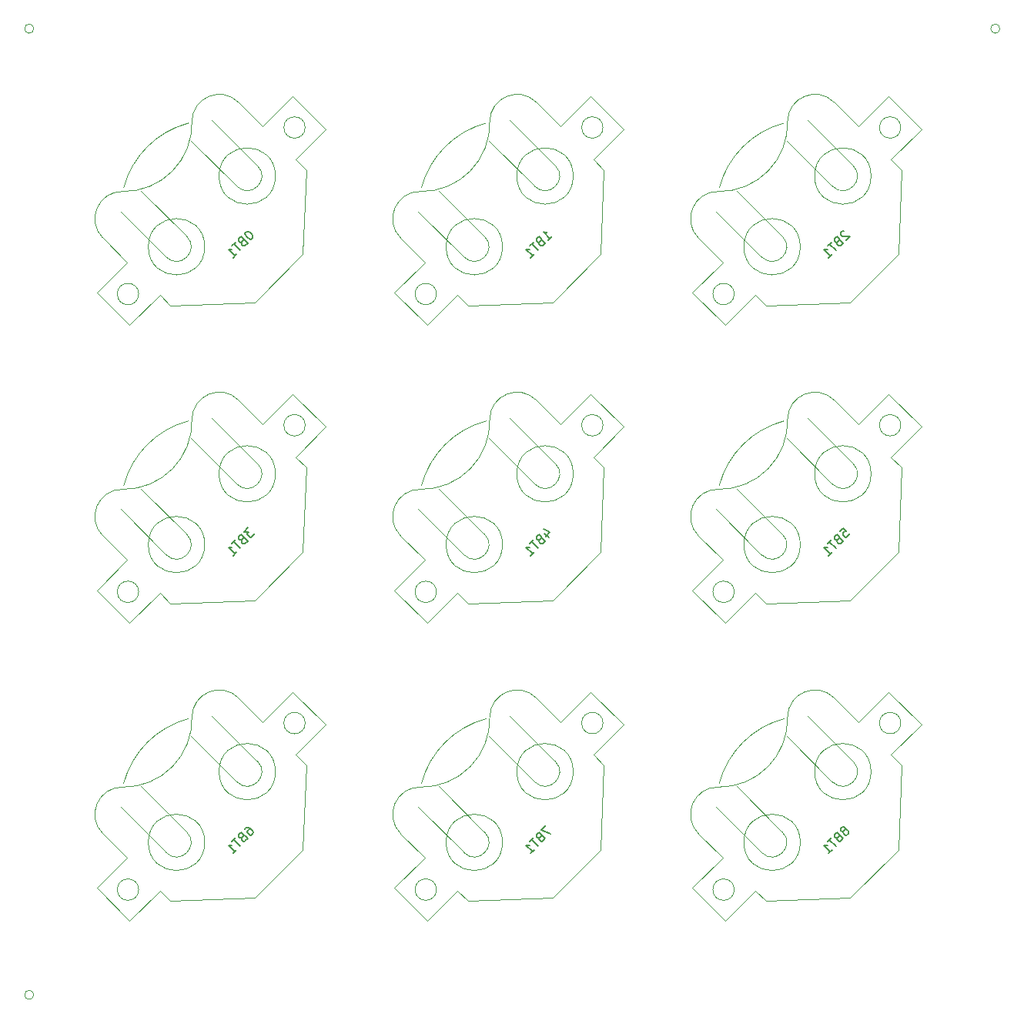
<source format=gbr>
G04 #@! TF.GenerationSoftware,KiCad,Pcbnew,9.0.0-rc2-3baa6cd791~182~ubuntu24.04.1*
G04 #@! TF.CreationDate,2025-02-06T23:06:31-05:00*
G04 #@! TF.ProjectId,PCA20073_Tiny_Board_Panel,50434132-3030-4373-935f-54696e795f42,rev?*
G04 #@! TF.SameCoordinates,PX5630ad8PY1312d00*
G04 #@! TF.FileFunction,AssemblyDrawing,Bot*
%FSLAX46Y46*%
G04 Gerber Fmt 4.6, Leading zero omitted, Abs format (unit mm)*
G04 Created by KiCad (PCBNEW 9.0.0-rc2-3baa6cd791~182~ubuntu24.04.1) date 2025-02-06 23:06:31*
%MOMM*%
%LPD*%
G01*
G04 APERTURE LIST*
%ADD10C,0.150000*%
%ADD11C,0.050000*%
%ADD12C,0.100000*%
G04 APERTURE END LIST*
D10*
X29055053Y-59879800D02*
X28617321Y-60317533D01*
X28617321Y-60317533D02*
X29122397Y-60351205D01*
X29122397Y-60351205D02*
X29021382Y-60452220D01*
X29021382Y-60452220D02*
X28987710Y-60553235D01*
X28987710Y-60553235D02*
X28987710Y-60620579D01*
X28987710Y-60620579D02*
X29021382Y-60721594D01*
X29021382Y-60721594D02*
X29189740Y-60889953D01*
X29189740Y-60889953D02*
X29290756Y-60923625D01*
X29290756Y-60923625D02*
X29358099Y-60923625D01*
X29358099Y-60923625D02*
X29459114Y-60889953D01*
X29459114Y-60889953D02*
X29661145Y-60687922D01*
X29661145Y-60687922D02*
X29694817Y-60586907D01*
X29694817Y-60586907D02*
X29694817Y-60519564D01*
X28415290Y-61192999D02*
X28347946Y-61327686D01*
X28347946Y-61327686D02*
X28347946Y-61395029D01*
X28347946Y-61395029D02*
X28381618Y-61496045D01*
X28381618Y-61496045D02*
X28482633Y-61597060D01*
X28482633Y-61597060D02*
X28583649Y-61630732D01*
X28583649Y-61630732D02*
X28650992Y-61630732D01*
X28650992Y-61630732D02*
X28752007Y-61597060D01*
X28752007Y-61597060D02*
X29021382Y-61327686D01*
X29021382Y-61327686D02*
X28314275Y-60620579D01*
X28314275Y-60620579D02*
X28078572Y-60856281D01*
X28078572Y-60856281D02*
X28044901Y-60957296D01*
X28044901Y-60957296D02*
X28044901Y-61024640D01*
X28044901Y-61024640D02*
X28078572Y-61125655D01*
X28078572Y-61125655D02*
X28145916Y-61192999D01*
X28145916Y-61192999D02*
X28246931Y-61226671D01*
X28246931Y-61226671D02*
X28314275Y-61226671D01*
X28314275Y-61226671D02*
X28415290Y-61192999D01*
X28415290Y-61192999D02*
X28650992Y-60957296D01*
X27708183Y-61226671D02*
X27304122Y-61630732D01*
X28213259Y-62135808D02*
X27506153Y-61428701D01*
X27405137Y-62943930D02*
X27809198Y-62539869D01*
X27607168Y-62741899D02*
X26900061Y-62034793D01*
X26900061Y-62034793D02*
X27068420Y-62068464D01*
X27068420Y-62068464D02*
X27203107Y-62068464D01*
X27203107Y-62068464D02*
X27304122Y-62034793D01*
X28853023Y-27333094D02*
X28785679Y-27400437D01*
X28785679Y-27400437D02*
X28752008Y-27501453D01*
X28752008Y-27501453D02*
X28752008Y-27568796D01*
X28752008Y-27568796D02*
X28785679Y-27669811D01*
X28785679Y-27669811D02*
X28886695Y-27838170D01*
X28886695Y-27838170D02*
X29055053Y-28006529D01*
X29055053Y-28006529D02*
X29223412Y-28107544D01*
X29223412Y-28107544D02*
X29324427Y-28141216D01*
X29324427Y-28141216D02*
X29391771Y-28141216D01*
X29391771Y-28141216D02*
X29492786Y-28107544D01*
X29492786Y-28107544D02*
X29560130Y-28040201D01*
X29560130Y-28040201D02*
X29593801Y-27939185D01*
X29593801Y-27939185D02*
X29593801Y-27871842D01*
X29593801Y-27871842D02*
X29560130Y-27770827D01*
X29560130Y-27770827D02*
X29459114Y-27602468D01*
X29459114Y-27602468D02*
X29290756Y-27434109D01*
X29290756Y-27434109D02*
X29122397Y-27333094D01*
X29122397Y-27333094D02*
X29021382Y-27299422D01*
X29021382Y-27299422D02*
X28954038Y-27299422D01*
X28954038Y-27299422D02*
X28853023Y-27333094D01*
X28415290Y-28444262D02*
X28347946Y-28578949D01*
X28347946Y-28578949D02*
X28347946Y-28646292D01*
X28347946Y-28646292D02*
X28381618Y-28747308D01*
X28381618Y-28747308D02*
X28482633Y-28848323D01*
X28482633Y-28848323D02*
X28583649Y-28881995D01*
X28583649Y-28881995D02*
X28650992Y-28881995D01*
X28650992Y-28881995D02*
X28752007Y-28848323D01*
X28752007Y-28848323D02*
X29021382Y-28578949D01*
X29021382Y-28578949D02*
X28314275Y-27871842D01*
X28314275Y-27871842D02*
X28078572Y-28107544D01*
X28078572Y-28107544D02*
X28044901Y-28208559D01*
X28044901Y-28208559D02*
X28044901Y-28275903D01*
X28044901Y-28275903D02*
X28078572Y-28376918D01*
X28078572Y-28376918D02*
X28145916Y-28444262D01*
X28145916Y-28444262D02*
X28246931Y-28477934D01*
X28246931Y-28477934D02*
X28314275Y-28477934D01*
X28314275Y-28477934D02*
X28415290Y-28444262D01*
X28415290Y-28444262D02*
X28650992Y-28208559D01*
X27708183Y-28477934D02*
X27304122Y-28881995D01*
X28213259Y-29387071D02*
X27506153Y-28679964D01*
X27405137Y-30195193D02*
X27809198Y-29791132D01*
X27607168Y-29993162D02*
X26900061Y-29286056D01*
X26900061Y-29286056D02*
X27068420Y-29319727D01*
X27068420Y-29319727D02*
X27203107Y-29319727D01*
X27203107Y-29319727D02*
X27304122Y-29286056D01*
X28684664Y-92998927D02*
X28819351Y-92864240D01*
X28819351Y-92864240D02*
X28920366Y-92830568D01*
X28920366Y-92830568D02*
X28987710Y-92830568D01*
X28987710Y-92830568D02*
X29156069Y-92864240D01*
X29156069Y-92864240D02*
X29324427Y-92965255D01*
X29324427Y-92965255D02*
X29593801Y-93234629D01*
X29593801Y-93234629D02*
X29627473Y-93335644D01*
X29627473Y-93335644D02*
X29627473Y-93402988D01*
X29627473Y-93402988D02*
X29593801Y-93504003D01*
X29593801Y-93504003D02*
X29459114Y-93638690D01*
X29459114Y-93638690D02*
X29358099Y-93672362D01*
X29358099Y-93672362D02*
X29290756Y-93672362D01*
X29290756Y-93672362D02*
X29189740Y-93638690D01*
X29189740Y-93638690D02*
X29021382Y-93470331D01*
X29021382Y-93470331D02*
X28987710Y-93369316D01*
X28987710Y-93369316D02*
X28987710Y-93301972D01*
X28987710Y-93301972D02*
X29021382Y-93200957D01*
X29021382Y-93200957D02*
X29156069Y-93066270D01*
X29156069Y-93066270D02*
X29257084Y-93032598D01*
X29257084Y-93032598D02*
X29324427Y-93032598D01*
X29324427Y-93032598D02*
X29425443Y-93066270D01*
X28415290Y-93941736D02*
X28347946Y-94076423D01*
X28347946Y-94076423D02*
X28347946Y-94143766D01*
X28347946Y-94143766D02*
X28381618Y-94244782D01*
X28381618Y-94244782D02*
X28482633Y-94345797D01*
X28482633Y-94345797D02*
X28583649Y-94379469D01*
X28583649Y-94379469D02*
X28650992Y-94379469D01*
X28650992Y-94379469D02*
X28752007Y-94345797D01*
X28752007Y-94345797D02*
X29021382Y-94076423D01*
X29021382Y-94076423D02*
X28314275Y-93369316D01*
X28314275Y-93369316D02*
X28078572Y-93605018D01*
X28078572Y-93605018D02*
X28044901Y-93706033D01*
X28044901Y-93706033D02*
X28044901Y-93773377D01*
X28044901Y-93773377D02*
X28078572Y-93874392D01*
X28078572Y-93874392D02*
X28145916Y-93941736D01*
X28145916Y-93941736D02*
X28246931Y-93975408D01*
X28246931Y-93975408D02*
X28314275Y-93975408D01*
X28314275Y-93975408D02*
X28415290Y-93941736D01*
X28415290Y-93941736D02*
X28650992Y-93706033D01*
X27708183Y-93975408D02*
X27304122Y-94379469D01*
X28213259Y-94884545D02*
X27506153Y-94177438D01*
X27405137Y-95692667D02*
X27809198Y-95288606D01*
X27607168Y-95490636D02*
X26900061Y-94783530D01*
X26900061Y-94783530D02*
X27068420Y-94817201D01*
X27068420Y-94817201D02*
X27203107Y-94817201D01*
X27203107Y-94817201D02*
X27304122Y-94783530D01*
X94687182Y-93099942D02*
X94720854Y-92998927D01*
X94720854Y-92998927D02*
X94720854Y-92931583D01*
X94720854Y-92931583D02*
X94687182Y-92830568D01*
X94687182Y-92830568D02*
X94653511Y-92796896D01*
X94653511Y-92796896D02*
X94552495Y-92763224D01*
X94552495Y-92763224D02*
X94485152Y-92763224D01*
X94485152Y-92763224D02*
X94384137Y-92796896D01*
X94384137Y-92796896D02*
X94249450Y-92931583D01*
X94249450Y-92931583D02*
X94215778Y-93032598D01*
X94215778Y-93032598D02*
X94215778Y-93099942D01*
X94215778Y-93099942D02*
X94249450Y-93200957D01*
X94249450Y-93200957D02*
X94283121Y-93234629D01*
X94283121Y-93234629D02*
X94384137Y-93268301D01*
X94384137Y-93268301D02*
X94451480Y-93268301D01*
X94451480Y-93268301D02*
X94552495Y-93234629D01*
X94552495Y-93234629D02*
X94687182Y-93099942D01*
X94687182Y-93099942D02*
X94788198Y-93066270D01*
X94788198Y-93066270D02*
X94855541Y-93066270D01*
X94855541Y-93066270D02*
X94956556Y-93099942D01*
X94956556Y-93099942D02*
X95091243Y-93234629D01*
X95091243Y-93234629D02*
X95124915Y-93335644D01*
X95124915Y-93335644D02*
X95124915Y-93402988D01*
X95124915Y-93402988D02*
X95091243Y-93504003D01*
X95091243Y-93504003D02*
X94956556Y-93638690D01*
X94956556Y-93638690D02*
X94855541Y-93672362D01*
X94855541Y-93672362D02*
X94788198Y-93672362D01*
X94788198Y-93672362D02*
X94687182Y-93638690D01*
X94687182Y-93638690D02*
X94552495Y-93504003D01*
X94552495Y-93504003D02*
X94518824Y-93402988D01*
X94518824Y-93402988D02*
X94518824Y-93335644D01*
X94518824Y-93335644D02*
X94552495Y-93234629D01*
X93912732Y-93941736D02*
X93845388Y-94076423D01*
X93845388Y-94076423D02*
X93845388Y-94143766D01*
X93845388Y-94143766D02*
X93879060Y-94244782D01*
X93879060Y-94244782D02*
X93980075Y-94345797D01*
X93980075Y-94345797D02*
X94081091Y-94379469D01*
X94081091Y-94379469D02*
X94148434Y-94379469D01*
X94148434Y-94379469D02*
X94249449Y-94345797D01*
X94249449Y-94345797D02*
X94518824Y-94076423D01*
X94518824Y-94076423D02*
X93811717Y-93369316D01*
X93811717Y-93369316D02*
X93576014Y-93605018D01*
X93576014Y-93605018D02*
X93542343Y-93706033D01*
X93542343Y-93706033D02*
X93542343Y-93773377D01*
X93542343Y-93773377D02*
X93576014Y-93874392D01*
X93576014Y-93874392D02*
X93643358Y-93941736D01*
X93643358Y-93941736D02*
X93744373Y-93975408D01*
X93744373Y-93975408D02*
X93811717Y-93975408D01*
X93811717Y-93975408D02*
X93912732Y-93941736D01*
X93912732Y-93941736D02*
X94148434Y-93706033D01*
X93205625Y-93975408D02*
X92801564Y-94379469D01*
X93710701Y-94884545D02*
X93003595Y-94177438D01*
X92902579Y-95692667D02*
X93306640Y-95288606D01*
X93104610Y-95490636D02*
X92397503Y-94783530D01*
X92397503Y-94783530D02*
X92565862Y-94817201D01*
X92565862Y-94817201D02*
X92700549Y-94817201D01*
X92700549Y-94817201D02*
X92801564Y-94783530D01*
X61669087Y-60485892D02*
X62140492Y-60957296D01*
X61568072Y-60048159D02*
X62241507Y-60384877D01*
X62241507Y-60384877D02*
X61803774Y-60822609D01*
X61164011Y-61192999D02*
X61096667Y-61327686D01*
X61096667Y-61327686D02*
X61096667Y-61395029D01*
X61096667Y-61395029D02*
X61130339Y-61496045D01*
X61130339Y-61496045D02*
X61231354Y-61597060D01*
X61231354Y-61597060D02*
X61332370Y-61630732D01*
X61332370Y-61630732D02*
X61399713Y-61630732D01*
X61399713Y-61630732D02*
X61500728Y-61597060D01*
X61500728Y-61597060D02*
X61770103Y-61327686D01*
X61770103Y-61327686D02*
X61062996Y-60620579D01*
X61062996Y-60620579D02*
X60827293Y-60856281D01*
X60827293Y-60856281D02*
X60793622Y-60957296D01*
X60793622Y-60957296D02*
X60793622Y-61024640D01*
X60793622Y-61024640D02*
X60827293Y-61125655D01*
X60827293Y-61125655D02*
X60894637Y-61192999D01*
X60894637Y-61192999D02*
X60995652Y-61226671D01*
X60995652Y-61226671D02*
X61062996Y-61226671D01*
X61062996Y-61226671D02*
X61164011Y-61192999D01*
X61164011Y-61192999D02*
X61399713Y-60957296D01*
X60456904Y-61226671D02*
X60052843Y-61630732D01*
X60961980Y-62135808D02*
X60254874Y-61428701D01*
X60153858Y-62943930D02*
X60557919Y-62539869D01*
X60355889Y-62741899D02*
X59648782Y-62034793D01*
X59648782Y-62034793D02*
X59817141Y-62068464D01*
X59817141Y-62068464D02*
X59951828Y-62068464D01*
X59951828Y-62068464D02*
X60052843Y-62034793D01*
X94148434Y-60283861D02*
X94485152Y-59947144D01*
X94485152Y-59947144D02*
X94855541Y-60250190D01*
X94855541Y-60250190D02*
X94788198Y-60250190D01*
X94788198Y-60250190D02*
X94687182Y-60283861D01*
X94687182Y-60283861D02*
X94518824Y-60452220D01*
X94518824Y-60452220D02*
X94485152Y-60553235D01*
X94485152Y-60553235D02*
X94485152Y-60620579D01*
X94485152Y-60620579D02*
X94518824Y-60721594D01*
X94518824Y-60721594D02*
X94687182Y-60889953D01*
X94687182Y-60889953D02*
X94788198Y-60923625D01*
X94788198Y-60923625D02*
X94855541Y-60923625D01*
X94855541Y-60923625D02*
X94956556Y-60889953D01*
X94956556Y-60889953D02*
X95124915Y-60721594D01*
X95124915Y-60721594D02*
X95158587Y-60620579D01*
X95158587Y-60620579D02*
X95158587Y-60553235D01*
X93912732Y-61192999D02*
X93845388Y-61327686D01*
X93845388Y-61327686D02*
X93845388Y-61395029D01*
X93845388Y-61395029D02*
X93879060Y-61496045D01*
X93879060Y-61496045D02*
X93980075Y-61597060D01*
X93980075Y-61597060D02*
X94081091Y-61630732D01*
X94081091Y-61630732D02*
X94148434Y-61630732D01*
X94148434Y-61630732D02*
X94249449Y-61597060D01*
X94249449Y-61597060D02*
X94518824Y-61327686D01*
X94518824Y-61327686D02*
X93811717Y-60620579D01*
X93811717Y-60620579D02*
X93576014Y-60856281D01*
X93576014Y-60856281D02*
X93542343Y-60957296D01*
X93542343Y-60957296D02*
X93542343Y-61024640D01*
X93542343Y-61024640D02*
X93576014Y-61125655D01*
X93576014Y-61125655D02*
X93643358Y-61192999D01*
X93643358Y-61192999D02*
X93744373Y-61226671D01*
X93744373Y-61226671D02*
X93811717Y-61226671D01*
X93811717Y-61226671D02*
X93912732Y-61192999D01*
X93912732Y-61192999D02*
X94148434Y-60957296D01*
X93205625Y-61226671D02*
X92801564Y-61630732D01*
X93710701Y-62135808D02*
X93003595Y-61428701D01*
X92902579Y-62943930D02*
X93306640Y-62539869D01*
X93104610Y-62741899D02*
X92397503Y-62034793D01*
X92397503Y-62034793D02*
X92565862Y-62068464D01*
X92565862Y-62068464D02*
X92700549Y-62068464D01*
X92700549Y-62068464D02*
X92801564Y-62034793D01*
X62073148Y-28275903D02*
X62477209Y-27871842D01*
X62275179Y-28073872D02*
X61568072Y-27366766D01*
X61568072Y-27366766D02*
X61736431Y-27400437D01*
X61736431Y-27400437D02*
X61871118Y-27400437D01*
X61871118Y-27400437D02*
X61972133Y-27366766D01*
X61164011Y-28444262D02*
X61096667Y-28578949D01*
X61096667Y-28578949D02*
X61096667Y-28646292D01*
X61096667Y-28646292D02*
X61130339Y-28747308D01*
X61130339Y-28747308D02*
X61231354Y-28848323D01*
X61231354Y-28848323D02*
X61332370Y-28881995D01*
X61332370Y-28881995D02*
X61399713Y-28881995D01*
X61399713Y-28881995D02*
X61500728Y-28848323D01*
X61500728Y-28848323D02*
X61770103Y-28578949D01*
X61770103Y-28578949D02*
X61062996Y-27871842D01*
X61062996Y-27871842D02*
X60827293Y-28107544D01*
X60827293Y-28107544D02*
X60793622Y-28208559D01*
X60793622Y-28208559D02*
X60793622Y-28275903D01*
X60793622Y-28275903D02*
X60827293Y-28376918D01*
X60827293Y-28376918D02*
X60894637Y-28444262D01*
X60894637Y-28444262D02*
X60995652Y-28477934D01*
X60995652Y-28477934D02*
X61062996Y-28477934D01*
X61062996Y-28477934D02*
X61164011Y-28444262D01*
X61164011Y-28444262D02*
X61399713Y-28208559D01*
X60456904Y-28477934D02*
X60052843Y-28881995D01*
X60961980Y-29387071D02*
X60254874Y-28679964D01*
X60153858Y-30195193D02*
X60557919Y-29791132D01*
X60355889Y-29993162D02*
X59648782Y-29286056D01*
X59648782Y-29286056D02*
X59817141Y-29319727D01*
X59817141Y-29319727D02*
X59951828Y-29319727D01*
X59951828Y-29319727D02*
X60052843Y-29286056D01*
X61803774Y-92628537D02*
X61332370Y-93099942D01*
X61332370Y-93099942D02*
X62342522Y-93504003D01*
X61164011Y-93941736D02*
X61096667Y-94076423D01*
X61096667Y-94076423D02*
X61096667Y-94143766D01*
X61096667Y-94143766D02*
X61130339Y-94244782D01*
X61130339Y-94244782D02*
X61231354Y-94345797D01*
X61231354Y-94345797D02*
X61332370Y-94379469D01*
X61332370Y-94379469D02*
X61399713Y-94379469D01*
X61399713Y-94379469D02*
X61500728Y-94345797D01*
X61500728Y-94345797D02*
X61770103Y-94076423D01*
X61770103Y-94076423D02*
X61062996Y-93369316D01*
X61062996Y-93369316D02*
X60827293Y-93605018D01*
X60827293Y-93605018D02*
X60793622Y-93706033D01*
X60793622Y-93706033D02*
X60793622Y-93773377D01*
X60793622Y-93773377D02*
X60827293Y-93874392D01*
X60827293Y-93874392D02*
X60894637Y-93941736D01*
X60894637Y-93941736D02*
X60995652Y-93975408D01*
X60995652Y-93975408D02*
X61062996Y-93975408D01*
X61062996Y-93975408D02*
X61164011Y-93941736D01*
X61164011Y-93941736D02*
X61399713Y-93706033D01*
X60456904Y-93975408D02*
X60052843Y-94379469D01*
X60961980Y-94884545D02*
X60254874Y-94177438D01*
X60153858Y-95692667D02*
X60557919Y-95288606D01*
X60355889Y-95490636D02*
X59648782Y-94783530D01*
X59648782Y-94783530D02*
X59817141Y-94817201D01*
X59817141Y-94817201D02*
X59951828Y-94817201D01*
X59951828Y-94817201D02*
X60052843Y-94783530D01*
X94586167Y-27232079D02*
X94518824Y-27232079D01*
X94518824Y-27232079D02*
X94417808Y-27265750D01*
X94417808Y-27265750D02*
X94249450Y-27434109D01*
X94249450Y-27434109D02*
X94215778Y-27535124D01*
X94215778Y-27535124D02*
X94215778Y-27602468D01*
X94215778Y-27602468D02*
X94249450Y-27703483D01*
X94249450Y-27703483D02*
X94316793Y-27770827D01*
X94316793Y-27770827D02*
X94451480Y-27838170D01*
X94451480Y-27838170D02*
X95259602Y-27838170D01*
X95259602Y-27838170D02*
X94821869Y-28275903D01*
X93912732Y-28444262D02*
X93845388Y-28578949D01*
X93845388Y-28578949D02*
X93845388Y-28646292D01*
X93845388Y-28646292D02*
X93879060Y-28747308D01*
X93879060Y-28747308D02*
X93980075Y-28848323D01*
X93980075Y-28848323D02*
X94081091Y-28881995D01*
X94081091Y-28881995D02*
X94148434Y-28881995D01*
X94148434Y-28881995D02*
X94249449Y-28848323D01*
X94249449Y-28848323D02*
X94518824Y-28578949D01*
X94518824Y-28578949D02*
X93811717Y-27871842D01*
X93811717Y-27871842D02*
X93576014Y-28107544D01*
X93576014Y-28107544D02*
X93542343Y-28208559D01*
X93542343Y-28208559D02*
X93542343Y-28275903D01*
X93542343Y-28275903D02*
X93576014Y-28376918D01*
X93576014Y-28376918D02*
X93643358Y-28444262D01*
X93643358Y-28444262D02*
X93744373Y-28477934D01*
X93744373Y-28477934D02*
X93811717Y-28477934D01*
X93811717Y-28477934D02*
X93912732Y-28444262D01*
X93912732Y-28444262D02*
X94148434Y-28208559D01*
X93205625Y-28477934D02*
X92801564Y-28881995D01*
X93710701Y-29387071D02*
X93003595Y-28679964D01*
X92902579Y-30195193D02*
X93306640Y-29791132D01*
X93104610Y-29993162D02*
X92397503Y-29286056D01*
X92397503Y-29286056D02*
X92565862Y-29319727D01*
X92565862Y-29319727D02*
X92700549Y-29319727D01*
X92700549Y-29319727D02*
X92801564Y-29286056D01*
D11*
X5500000Y-5000000D02*
G75*
G02*
X4500000Y-5000000I-500000J0D01*
G01*
X4500000Y-5000000D02*
G75*
G02*
X5500000Y-5000000I500000J0D01*
G01*
D12*
X13106052Y-60774756D02*
X15757702Y-63426406D01*
X15757702Y-63426406D02*
X12434300Y-66749808D01*
X16040545Y-70356053D02*
X12434300Y-66749808D01*
X19363947Y-67032651D02*
X16040545Y-70356053D01*
X19363947Y-67032651D02*
X20530673Y-68199377D01*
X20071054Y-62860721D02*
X15050595Y-57840263D01*
X20530673Y-68199377D02*
X29793772Y-67845824D01*
X22333795Y-60597979D02*
X17313337Y-55577521D01*
X27849228Y-55082546D02*
X22828770Y-50062088D01*
X28033076Y-45861874D02*
X30677655Y-48506453D01*
X30111970Y-52819805D02*
X25091512Y-47799346D01*
X34001057Y-45183051D02*
X30677655Y-48506453D01*
X34001057Y-45183051D02*
X37607302Y-48789296D01*
X34283900Y-52112698D02*
X35450626Y-53279424D01*
X35097073Y-62542523D02*
X29793772Y-67845824D01*
X35450626Y-53279424D02*
X35097073Y-62542523D01*
X37607302Y-48789296D02*
X34283900Y-52112698D01*
X13106052Y-60774756D02*
G75*
G02*
X15302349Y-55654372I2121320J2121321D01*
G01*
X15389946Y-55252482D02*
G75*
G02*
X22503501Y-48138758I9673281J-2559496D01*
G01*
X22333795Y-60597979D02*
G75*
G02*
X20071054Y-62860722I-1131371J-1131371D01*
G01*
X22899479Y-47940768D02*
G75*
G02*
X15333413Y-55650898I-7495330J-212132D01*
G01*
X22899482Y-47940768D02*
G75*
G02*
X28029830Y-45850977I3005202J-35355D01*
G01*
X30111970Y-52819805D02*
G75*
G02*
X27849228Y-55082546I-1131371J-1131370D01*
G01*
X17038767Y-66926585D02*
G75*
G02*
X14688769Y-66926585I-1174999J0D01*
G01*
X14688769Y-66926585D02*
G75*
G02*
X17038767Y-66926585I1174999J0D01*
G01*
X24302424Y-61729350D02*
G75*
G02*
X18102424Y-61729350I-3100000J0D01*
G01*
X18102424Y-61729350D02*
G75*
G02*
X24302424Y-61729350I3100000J0D01*
G01*
X32080599Y-53951175D02*
G75*
G02*
X25880599Y-53951175I-3100000J0D01*
G01*
X25880599Y-53951175D02*
G75*
G02*
X32080599Y-53951175I3100000J0D01*
G01*
X35352835Y-48612519D02*
G75*
G02*
X33002833Y-48612519I-1175001J0D01*
G01*
X33002833Y-48612519D02*
G75*
G02*
X35352835Y-48612519I1175001J0D01*
G01*
X13106052Y-28026019D02*
X15757702Y-30677669D01*
X15757702Y-30677669D02*
X12434300Y-34001071D01*
X16040545Y-37607316D02*
X12434300Y-34001071D01*
X19363947Y-34283914D02*
X16040545Y-37607316D01*
X19363947Y-34283914D02*
X20530673Y-35450640D01*
X20071054Y-30111984D02*
X15050595Y-25091526D01*
X20530673Y-35450640D02*
X29793772Y-35097087D01*
X22333795Y-27849242D02*
X17313337Y-22828784D01*
X27849228Y-22333809D02*
X22828770Y-17313351D01*
X28033076Y-13113137D02*
X30677655Y-15757716D01*
X30111970Y-20071068D02*
X25091512Y-15050609D01*
X34001057Y-12434314D02*
X30677655Y-15757716D01*
X34001057Y-12434314D02*
X37607302Y-16040559D01*
X34283900Y-19363961D02*
X35450626Y-20530687D01*
X35097073Y-29793786D02*
X29793772Y-35097087D01*
X35450626Y-20530687D02*
X35097073Y-29793786D01*
X37607302Y-16040559D02*
X34283900Y-19363961D01*
X13106052Y-28026019D02*
G75*
G02*
X15302349Y-22905635I2121320J2121321D01*
G01*
X15389946Y-22503745D02*
G75*
G02*
X22503501Y-15390021I9673281J-2559496D01*
G01*
X22333795Y-27849242D02*
G75*
G02*
X20071054Y-30111985I-1131371J-1131371D01*
G01*
X22899479Y-15192031D02*
G75*
G02*
X15333413Y-22902161I-7495330J-212132D01*
G01*
X22899482Y-15192031D02*
G75*
G02*
X28029830Y-13102240I3005202J-35355D01*
G01*
X30111970Y-20071068D02*
G75*
G02*
X27849228Y-22333809I-1131371J-1131370D01*
G01*
X17038767Y-34177848D02*
G75*
G02*
X14688769Y-34177848I-1174999J0D01*
G01*
X14688769Y-34177848D02*
G75*
G02*
X17038767Y-34177848I1174999J0D01*
G01*
X24302424Y-28980613D02*
G75*
G02*
X18102424Y-28980613I-3100000J0D01*
G01*
X18102424Y-28980613D02*
G75*
G02*
X24302424Y-28980613I3100000J0D01*
G01*
X32080599Y-21202438D02*
G75*
G02*
X25880599Y-21202438I-3100000J0D01*
G01*
X25880599Y-21202438D02*
G75*
G02*
X32080599Y-21202438I3100000J0D01*
G01*
X35352835Y-15863782D02*
G75*
G02*
X33002833Y-15863782I-1175001J0D01*
G01*
X33002833Y-15863782D02*
G75*
G02*
X35352835Y-15863782I1175001J0D01*
G01*
D11*
X111746161Y-5000000D02*
G75*
G02*
X110746161Y-5000000I-500000J0D01*
G01*
X110746161Y-5000000D02*
G75*
G02*
X111746161Y-5000000I500000J0D01*
G01*
D12*
X13106052Y-93523493D02*
X15757702Y-96175143D01*
X15757702Y-96175143D02*
X12434300Y-99498545D01*
X16040545Y-103104790D02*
X12434300Y-99498545D01*
X19363947Y-99781388D02*
X16040545Y-103104790D01*
X19363947Y-99781388D02*
X20530673Y-100948114D01*
X20071054Y-95609458D02*
X15050595Y-90589000D01*
X20530673Y-100948114D02*
X29793772Y-100594561D01*
X22333795Y-93346716D02*
X17313337Y-88326258D01*
X27849228Y-87831283D02*
X22828770Y-82810825D01*
X28033076Y-78610611D02*
X30677655Y-81255190D01*
X30111970Y-85568542D02*
X25091512Y-80548083D01*
X34001057Y-77931788D02*
X30677655Y-81255190D01*
X34001057Y-77931788D02*
X37607302Y-81538033D01*
X34283900Y-84861435D02*
X35450626Y-86028161D01*
X35097073Y-95291260D02*
X29793772Y-100594561D01*
X35450626Y-86028161D02*
X35097073Y-95291260D01*
X37607302Y-81538033D02*
X34283900Y-84861435D01*
X13106052Y-93523493D02*
G75*
G02*
X15302349Y-88403109I2121320J2121321D01*
G01*
X15389946Y-88001219D02*
G75*
G02*
X22503501Y-80887495I9673281J-2559496D01*
G01*
X22333795Y-93346716D02*
G75*
G02*
X20071054Y-95609459I-1131371J-1131371D01*
G01*
X22899479Y-80689505D02*
G75*
G02*
X15333413Y-88399635I-7495330J-212132D01*
G01*
X22899482Y-80689505D02*
G75*
G02*
X28029830Y-78599714I3005202J-35355D01*
G01*
X30111970Y-85568542D02*
G75*
G02*
X27849228Y-87831283I-1131371J-1131370D01*
G01*
X17038767Y-99675322D02*
G75*
G02*
X14688769Y-99675322I-1174999J0D01*
G01*
X14688769Y-99675322D02*
G75*
G02*
X17038767Y-99675322I1174999J0D01*
G01*
X24302424Y-94478087D02*
G75*
G02*
X18102424Y-94478087I-3100000J0D01*
G01*
X18102424Y-94478087D02*
G75*
G02*
X24302424Y-94478087I3100000J0D01*
G01*
X32080599Y-86699912D02*
G75*
G02*
X25880599Y-86699912I-3100000J0D01*
G01*
X25880599Y-86699912D02*
G75*
G02*
X32080599Y-86699912I3100000J0D01*
G01*
X35352835Y-81361256D02*
G75*
G02*
X33002833Y-81361256I-1175001J0D01*
G01*
X33002833Y-81361256D02*
G75*
G02*
X35352835Y-81361256I1175001J0D01*
G01*
D11*
X5500000Y-111246211D02*
G75*
G02*
X4500000Y-111246211I-500000J0D01*
G01*
X4500000Y-111246211D02*
G75*
G02*
X5500000Y-111246211I500000J0D01*
G01*
D12*
X78603494Y-93523493D02*
X81255144Y-96175143D01*
X81255144Y-96175143D02*
X77931742Y-99498545D01*
X81537987Y-103104790D02*
X77931742Y-99498545D01*
X84861389Y-99781388D02*
X81537987Y-103104790D01*
X84861389Y-99781388D02*
X86028115Y-100948114D01*
X85568496Y-95609458D02*
X80548037Y-90589000D01*
X86028115Y-100948114D02*
X95291214Y-100594561D01*
X87831237Y-93346716D02*
X82810779Y-88326258D01*
X93346670Y-87831283D02*
X88326212Y-82810825D01*
X93530518Y-78610611D02*
X96175097Y-81255190D01*
X95609412Y-85568542D02*
X90588954Y-80548083D01*
X99498499Y-77931788D02*
X96175097Y-81255190D01*
X99498499Y-77931788D02*
X103104744Y-81538033D01*
X99781342Y-84861435D02*
X100948068Y-86028161D01*
X100594515Y-95291260D02*
X95291214Y-100594561D01*
X100948068Y-86028161D02*
X100594515Y-95291260D01*
X103104744Y-81538033D02*
X99781342Y-84861435D01*
X78603494Y-93523493D02*
G75*
G02*
X80799791Y-88403109I2121320J2121321D01*
G01*
X80887388Y-88001219D02*
G75*
G02*
X88000943Y-80887495I9673281J-2559496D01*
G01*
X87831237Y-93346716D02*
G75*
G02*
X85568496Y-95609459I-1131371J-1131371D01*
G01*
X88396921Y-80689505D02*
G75*
G02*
X80830855Y-88399635I-7495330J-212132D01*
G01*
X88396924Y-80689505D02*
G75*
G02*
X93527272Y-78599714I3005202J-35355D01*
G01*
X95609412Y-85568542D02*
G75*
G02*
X93346670Y-87831283I-1131371J-1131370D01*
G01*
X82536209Y-99675322D02*
G75*
G02*
X80186211Y-99675322I-1174999J0D01*
G01*
X80186211Y-99675322D02*
G75*
G02*
X82536209Y-99675322I1174999J0D01*
G01*
X89799866Y-94478087D02*
G75*
G02*
X83599866Y-94478087I-3100000J0D01*
G01*
X83599866Y-94478087D02*
G75*
G02*
X89799866Y-94478087I3100000J0D01*
G01*
X97578041Y-86699912D02*
G75*
G02*
X91378041Y-86699912I-3100000J0D01*
G01*
X91378041Y-86699912D02*
G75*
G02*
X97578041Y-86699912I3100000J0D01*
G01*
X100850277Y-81361256D02*
G75*
G02*
X98500275Y-81361256I-1175001J0D01*
G01*
X98500275Y-81361256D02*
G75*
G02*
X100850277Y-81361256I1175001J0D01*
G01*
X45854773Y-60774756D02*
X48506423Y-63426406D01*
X48506423Y-63426406D02*
X45183021Y-66749808D01*
X48789266Y-70356053D02*
X45183021Y-66749808D01*
X52112668Y-67032651D02*
X48789266Y-70356053D01*
X52112668Y-67032651D02*
X53279394Y-68199377D01*
X52819775Y-62860721D02*
X47799316Y-57840263D01*
X53279394Y-68199377D02*
X62542493Y-67845824D01*
X55082516Y-60597979D02*
X50062058Y-55577521D01*
X60597949Y-55082546D02*
X55577491Y-50062088D01*
X60781797Y-45861874D02*
X63426376Y-48506453D01*
X62860691Y-52819805D02*
X57840233Y-47799346D01*
X66749778Y-45183051D02*
X63426376Y-48506453D01*
X66749778Y-45183051D02*
X70356023Y-48789296D01*
X67032621Y-52112698D02*
X68199347Y-53279424D01*
X67845794Y-62542523D02*
X62542493Y-67845824D01*
X68199347Y-53279424D02*
X67845794Y-62542523D01*
X70356023Y-48789296D02*
X67032621Y-52112698D01*
X45854773Y-60774756D02*
G75*
G02*
X48051070Y-55654372I2121320J2121321D01*
G01*
X48138667Y-55252482D02*
G75*
G02*
X55252222Y-48138758I9673281J-2559496D01*
G01*
X55082516Y-60597979D02*
G75*
G02*
X52819775Y-62860722I-1131371J-1131371D01*
G01*
X55648200Y-47940768D02*
G75*
G02*
X48082134Y-55650898I-7495330J-212132D01*
G01*
X55648203Y-47940768D02*
G75*
G02*
X60778551Y-45850977I3005202J-35355D01*
G01*
X62860691Y-52819805D02*
G75*
G02*
X60597949Y-55082546I-1131371J-1131370D01*
G01*
X49787488Y-66926585D02*
G75*
G02*
X47437490Y-66926585I-1174999J0D01*
G01*
X47437490Y-66926585D02*
G75*
G02*
X49787488Y-66926585I1174999J0D01*
G01*
X57051145Y-61729350D02*
G75*
G02*
X50851145Y-61729350I-3100000J0D01*
G01*
X50851145Y-61729350D02*
G75*
G02*
X57051145Y-61729350I3100000J0D01*
G01*
X64829320Y-53951175D02*
G75*
G02*
X58629320Y-53951175I-3100000J0D01*
G01*
X58629320Y-53951175D02*
G75*
G02*
X64829320Y-53951175I3100000J0D01*
G01*
X68101556Y-48612519D02*
G75*
G02*
X65751554Y-48612519I-1175001J0D01*
G01*
X65751554Y-48612519D02*
G75*
G02*
X68101556Y-48612519I1175001J0D01*
G01*
X78603494Y-60774756D02*
X81255144Y-63426406D01*
X81255144Y-63426406D02*
X77931742Y-66749808D01*
X81537987Y-70356053D02*
X77931742Y-66749808D01*
X84861389Y-67032651D02*
X81537987Y-70356053D01*
X84861389Y-67032651D02*
X86028115Y-68199377D01*
X85568496Y-62860721D02*
X80548037Y-57840263D01*
X86028115Y-68199377D02*
X95291214Y-67845824D01*
X87831237Y-60597979D02*
X82810779Y-55577521D01*
X93346670Y-55082546D02*
X88326212Y-50062088D01*
X93530518Y-45861874D02*
X96175097Y-48506453D01*
X95609412Y-52819805D02*
X90588954Y-47799346D01*
X99498499Y-45183051D02*
X96175097Y-48506453D01*
X99498499Y-45183051D02*
X103104744Y-48789296D01*
X99781342Y-52112698D02*
X100948068Y-53279424D01*
X100594515Y-62542523D02*
X95291214Y-67845824D01*
X100948068Y-53279424D02*
X100594515Y-62542523D01*
X103104744Y-48789296D02*
X99781342Y-52112698D01*
X78603494Y-60774756D02*
G75*
G02*
X80799791Y-55654372I2121320J2121321D01*
G01*
X80887388Y-55252482D02*
G75*
G02*
X88000943Y-48138758I9673281J-2559496D01*
G01*
X87831237Y-60597979D02*
G75*
G02*
X85568496Y-62860722I-1131371J-1131371D01*
G01*
X88396921Y-47940768D02*
G75*
G02*
X80830855Y-55650898I-7495330J-212132D01*
G01*
X88396924Y-47940768D02*
G75*
G02*
X93527272Y-45850977I3005202J-35355D01*
G01*
X95609412Y-52819805D02*
G75*
G02*
X93346670Y-55082546I-1131371J-1131370D01*
G01*
X82536209Y-66926585D02*
G75*
G02*
X80186211Y-66926585I-1174999J0D01*
G01*
X80186211Y-66926585D02*
G75*
G02*
X82536209Y-66926585I1174999J0D01*
G01*
X89799866Y-61729350D02*
G75*
G02*
X83599866Y-61729350I-3100000J0D01*
G01*
X83599866Y-61729350D02*
G75*
G02*
X89799866Y-61729350I3100000J0D01*
G01*
X97578041Y-53951175D02*
G75*
G02*
X91378041Y-53951175I-3100000J0D01*
G01*
X91378041Y-53951175D02*
G75*
G02*
X97578041Y-53951175I3100000J0D01*
G01*
X100850277Y-48612519D02*
G75*
G02*
X98500275Y-48612519I-1175001J0D01*
G01*
X98500275Y-48612519D02*
G75*
G02*
X100850277Y-48612519I1175001J0D01*
G01*
X45854773Y-28026019D02*
X48506423Y-30677669D01*
X48506423Y-30677669D02*
X45183021Y-34001071D01*
X48789266Y-37607316D02*
X45183021Y-34001071D01*
X52112668Y-34283914D02*
X48789266Y-37607316D01*
X52112668Y-34283914D02*
X53279394Y-35450640D01*
X52819775Y-30111984D02*
X47799316Y-25091526D01*
X53279394Y-35450640D02*
X62542493Y-35097087D01*
X55082516Y-27849242D02*
X50062058Y-22828784D01*
X60597949Y-22333809D02*
X55577491Y-17313351D01*
X60781797Y-13113137D02*
X63426376Y-15757716D01*
X62860691Y-20071068D02*
X57840233Y-15050609D01*
X66749778Y-12434314D02*
X63426376Y-15757716D01*
X66749778Y-12434314D02*
X70356023Y-16040559D01*
X67032621Y-19363961D02*
X68199347Y-20530687D01*
X67845794Y-29793786D02*
X62542493Y-35097087D01*
X68199347Y-20530687D02*
X67845794Y-29793786D01*
X70356023Y-16040559D02*
X67032621Y-19363961D01*
X45854773Y-28026019D02*
G75*
G02*
X48051070Y-22905635I2121320J2121321D01*
G01*
X48138667Y-22503745D02*
G75*
G02*
X55252222Y-15390021I9673281J-2559496D01*
G01*
X55082516Y-27849242D02*
G75*
G02*
X52819775Y-30111985I-1131371J-1131371D01*
G01*
X55648200Y-15192031D02*
G75*
G02*
X48082134Y-22902161I-7495330J-212132D01*
G01*
X55648203Y-15192031D02*
G75*
G02*
X60778551Y-13102240I3005202J-35355D01*
G01*
X62860691Y-20071068D02*
G75*
G02*
X60597949Y-22333809I-1131371J-1131370D01*
G01*
X49787488Y-34177848D02*
G75*
G02*
X47437490Y-34177848I-1174999J0D01*
G01*
X47437490Y-34177848D02*
G75*
G02*
X49787488Y-34177848I1174999J0D01*
G01*
X57051145Y-28980613D02*
G75*
G02*
X50851145Y-28980613I-3100000J0D01*
G01*
X50851145Y-28980613D02*
G75*
G02*
X57051145Y-28980613I3100000J0D01*
G01*
X64829320Y-21202438D02*
G75*
G02*
X58629320Y-21202438I-3100000J0D01*
G01*
X58629320Y-21202438D02*
G75*
G02*
X64829320Y-21202438I3100000J0D01*
G01*
X68101556Y-15863782D02*
G75*
G02*
X65751554Y-15863782I-1175001J0D01*
G01*
X65751554Y-15863782D02*
G75*
G02*
X68101556Y-15863782I1175001J0D01*
G01*
X45854773Y-93523493D02*
X48506423Y-96175143D01*
X48506423Y-96175143D02*
X45183021Y-99498545D01*
X48789266Y-103104790D02*
X45183021Y-99498545D01*
X52112668Y-99781388D02*
X48789266Y-103104790D01*
X52112668Y-99781388D02*
X53279394Y-100948114D01*
X52819775Y-95609458D02*
X47799316Y-90589000D01*
X53279394Y-100948114D02*
X62542493Y-100594561D01*
X55082516Y-93346716D02*
X50062058Y-88326258D01*
X60597949Y-87831283D02*
X55577491Y-82810825D01*
X60781797Y-78610611D02*
X63426376Y-81255190D01*
X62860691Y-85568542D02*
X57840233Y-80548083D01*
X66749778Y-77931788D02*
X63426376Y-81255190D01*
X66749778Y-77931788D02*
X70356023Y-81538033D01*
X67032621Y-84861435D02*
X68199347Y-86028161D01*
X67845794Y-95291260D02*
X62542493Y-100594561D01*
X68199347Y-86028161D02*
X67845794Y-95291260D01*
X70356023Y-81538033D02*
X67032621Y-84861435D01*
X45854773Y-93523493D02*
G75*
G02*
X48051070Y-88403109I2121320J2121321D01*
G01*
X48138667Y-88001219D02*
G75*
G02*
X55252222Y-80887495I9673281J-2559496D01*
G01*
X55082516Y-93346716D02*
G75*
G02*
X52819775Y-95609459I-1131371J-1131371D01*
G01*
X55648200Y-80689505D02*
G75*
G02*
X48082134Y-88399635I-7495330J-212132D01*
G01*
X55648203Y-80689505D02*
G75*
G02*
X60778551Y-78599714I3005202J-35355D01*
G01*
X62860691Y-85568542D02*
G75*
G02*
X60597949Y-87831283I-1131371J-1131370D01*
G01*
X49787488Y-99675322D02*
G75*
G02*
X47437490Y-99675322I-1174999J0D01*
G01*
X47437490Y-99675322D02*
G75*
G02*
X49787488Y-99675322I1174999J0D01*
G01*
X57051145Y-94478087D02*
G75*
G02*
X50851145Y-94478087I-3100000J0D01*
G01*
X50851145Y-94478087D02*
G75*
G02*
X57051145Y-94478087I3100000J0D01*
G01*
X64829320Y-86699912D02*
G75*
G02*
X58629320Y-86699912I-3100000J0D01*
G01*
X58629320Y-86699912D02*
G75*
G02*
X64829320Y-86699912I3100000J0D01*
G01*
X68101556Y-81361256D02*
G75*
G02*
X65751554Y-81361256I-1175001J0D01*
G01*
X65751554Y-81361256D02*
G75*
G02*
X68101556Y-81361256I1175001J0D01*
G01*
X78603494Y-28026019D02*
X81255144Y-30677669D01*
X81255144Y-30677669D02*
X77931742Y-34001071D01*
X81537987Y-37607316D02*
X77931742Y-34001071D01*
X84861389Y-34283914D02*
X81537987Y-37607316D01*
X84861389Y-34283914D02*
X86028115Y-35450640D01*
X85568496Y-30111984D02*
X80548037Y-25091526D01*
X86028115Y-35450640D02*
X95291214Y-35097087D01*
X87831237Y-27849242D02*
X82810779Y-22828784D01*
X93346670Y-22333809D02*
X88326212Y-17313351D01*
X93530518Y-13113137D02*
X96175097Y-15757716D01*
X95609412Y-20071068D02*
X90588954Y-15050609D01*
X99498499Y-12434314D02*
X96175097Y-15757716D01*
X99498499Y-12434314D02*
X103104744Y-16040559D01*
X99781342Y-19363961D02*
X100948068Y-20530687D01*
X100594515Y-29793786D02*
X95291214Y-35097087D01*
X100948068Y-20530687D02*
X100594515Y-29793786D01*
X103104744Y-16040559D02*
X99781342Y-19363961D01*
X78603494Y-28026019D02*
G75*
G02*
X80799791Y-22905635I2121320J2121321D01*
G01*
X80887388Y-22503745D02*
G75*
G02*
X88000943Y-15390021I9673281J-2559496D01*
G01*
X87831237Y-27849242D02*
G75*
G02*
X85568496Y-30111985I-1131371J-1131371D01*
G01*
X88396921Y-15192031D02*
G75*
G02*
X80830855Y-22902161I-7495330J-212132D01*
G01*
X88396924Y-15192031D02*
G75*
G02*
X93527272Y-13102240I3005202J-35355D01*
G01*
X95609412Y-20071068D02*
G75*
G02*
X93346670Y-22333809I-1131371J-1131370D01*
G01*
X82536209Y-34177848D02*
G75*
G02*
X80186211Y-34177848I-1174999J0D01*
G01*
X80186211Y-34177848D02*
G75*
G02*
X82536209Y-34177848I1174999J0D01*
G01*
X89799866Y-28980613D02*
G75*
G02*
X83599866Y-28980613I-3100000J0D01*
G01*
X83599866Y-28980613D02*
G75*
G02*
X89799866Y-28980613I3100000J0D01*
G01*
X97578041Y-21202438D02*
G75*
G02*
X91378041Y-21202438I-3100000J0D01*
G01*
X91378041Y-21202438D02*
G75*
G02*
X97578041Y-21202438I3100000J0D01*
G01*
X100850277Y-15863782D02*
G75*
G02*
X98500275Y-15863782I-1175001J0D01*
G01*
X98500275Y-15863782D02*
G75*
G02*
X100850277Y-15863782I1175001J0D01*
G01*
M02*

</source>
